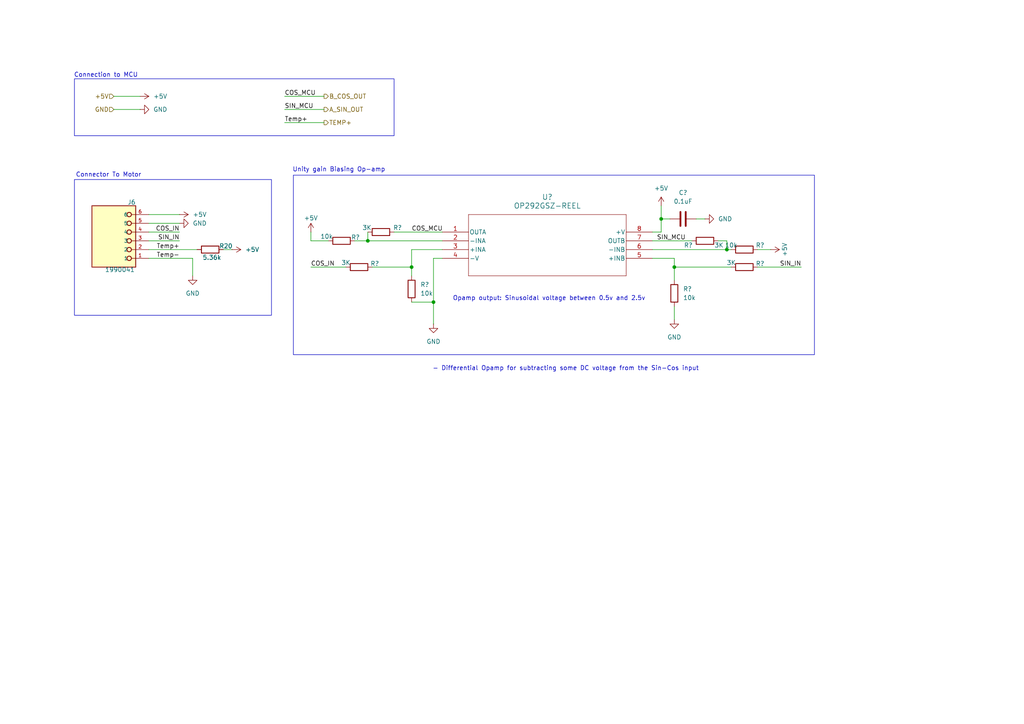
<source format=kicad_sch>
(kicad_sch (version 20250114) (generator "eeschema") (generator_version "9.0")
  (paper "A4")
  (title_block (title "Resolver Input") (date "2025-04-19") (rev "1") (company "M.NGUEN, C.O'BRIEN"))
  (lib_symbols
    (symbol "Device:C" (pin_numbers (hide yes)) (pin_names (offset 0.254))
      (property "Reference" "C" (at 0.635 2.54 0))
      (property "Value" "C" (at 0.635 -2.54 0))
      (symbol "C_0_1"
        (polyline (pts (xy -2.032 0.762) (xy 2.032 0.762)) (stroke (width 0.508)))
        (polyline (pts (xy -2.032 -0.762) (xy 2.032 -0.762)) (stroke (width 0.508)))
      )
      (symbol "C_1_1"
        (pin passive line (at 0 3.81 270) (length 2.794) (name "~") (number "1"))
        (pin passive line (at 0 -3.81 90) (length 2.794) (name "~") (number "2"))
      )
    )
    (symbol "Device:R" (pin_numbers (hide yes)) (pin_names (offset 0))
      (property "Reference" "R" (at 2.032 0 90))
      (property "Value" "R" (at 0 0 90))
      (symbol "R_0_1"
        (rectangle (start -1.016 -2.54) (end 1.016 2.54) (stroke (width 0.254)))
      )
      (symbol "R_1_1"
        (pin passive line (at 0 3.81 270) (length 1.27) (name "~") (number "1"))
        (pin passive line (at 0 -3.81 90) (length 1.27) (name "~") (number "2"))
      )
    )
    (symbol "Opamp:OP292GSZ-REEL" (pin_names (offset 0.254))
      (property "Reference" "U" (at 30.48 10.16 0))
      (property "Value" "OP292GSZ-REEL" (at 30.48 7.62 0))
      (symbol "OP292GSZ-REEL_0_1"
        (polyline (pts (xy 7.62 5.08) (xy 7.62 -12.7)) (stroke (width 0.127)))
        (polyline (pts (xy 7.62 -12.7) (xy 53.34 -12.7)) (stroke (width 0.127)))
        (polyline (pts (xy 53.34 5.08) (xy 7.62 5.08)) (stroke (width 0.127)))
        (polyline (pts (xy 53.34 -12.7) (xy 53.34 5.08)) (stroke (width 0.127)))
        (pin unspecified line (at 0 0 0) (length 7.62) (name "OUTA") (number "1"))
        (pin unspecified line (at 0 -2.54 0) (length 7.62) (name "-INA") (number "2"))
        (pin unspecified line (at 0 -5.08 0) (length 7.62) (name "+INA") (number "3"))
        (pin power_in line (at 0 -7.62 0) (length 7.62) (name "-V") (number "4"))
        (pin power_in line (at 60.96 0 180) (length 7.62) (name "+V") (number "8"))
        (pin unspecified line (at 60.96 -2.54 180) (length 7.62) (name "OUTB") (number "7"))
        (pin unspecified line (at 60.96 -5.08 180) (length 7.62) (name "-INB") (number "6"))
        (pin unspecified line (at 60.96 -7.62 180) (length 7.62) (name "+INB") (number "5"))
      )
    )
    (symbol "PHOENIX_1990041:1990041" (pin_names (offset 1.016))
      (property "Reference" "J" (at -6.85 10.16 0))
      (property "Value" "1990041" (at -6.35 -10.16 0))
      (symbol "1990041_0_0"
        (rectangle (start -6.35 -7.62) (end 6.35 10.16) (stroke (width 0.254)) (fill (type background)))
        (circle (center -4.445 7.62) (radius 0.635) (stroke (width 0.254)))
        (circle (center -4.445 5.08) (radius 0.635) (stroke (width 0.254)))
        (circle (center -4.445 2.54) (radius 0.635) (stroke (width 0.254)))
        (circle (center -4.445 0) (radius 0.635) (stroke (width 0.254)))
        (circle (center -4.445 -2.54) (radius 0.635) (stroke (width 0.254)))
        (circle (center -4.445 -5.08) (radius 0.635) (stroke (width 0.254)))
        (pin passive line (at -10.16 7.62 0) (length 5.08) (name "1") (number "1"))
        (pin passive line (at -10.16 5.08 0) (length 5.08) (name "2") (number "2"))
        (pin passive line (at -10.16 2.54 0) (length 5.08) (name "3") (number "3"))
        (pin passive line (at -10.16 0 0) (length 5.08) (name "4") (number "4"))
        (pin passive line (at -10.16 -2.54 0) (length 5.08) (name "5") (number "5"))
        (pin passive line (at -10.16 -5.08 0) (length 5.08) (name "6") (number "6"))
      )
    )
    (symbol "power:+5V" (power) (pin_numbers (hide yes)) (pin_names (offset 0) (hide yes))
      (property "Value" "+5V" (at 0 3.556 0))
      (symbol "+5V_0_1"
        (polyline (pts (xy -0.762 1.27) (xy 0 2.54)))
        (polyline (pts (xy 0 2.54) (xy 0.762 1.27)))
        (polyline (pts (xy 0 0) (xy 0 2.54)))
      )
      (symbol "+5V_1_1"
        (pin power_in line (at 0 0 90) (length 0) (name "~") (number "1"))
      )
    )
    (symbol "power:GND" (power) (pin_numbers (hide yes)) (pin_names (offset 0) (hide yes))
      (property "Value" "GND" (at 0 -3.81 0))
      (symbol "GND_0_1"
        (polyline (pts (xy 0 0) (xy 0 -1.27) (xy 1.27 -1.27) (xy 0 -2.54) (xy -1.27 -1.27) (xy 0 -1.27)))
      )
      (symbol "GND_1_1"
        (pin power_in line (at 0 0 270) (length 0) (name "~") (number "1"))
      )
    )
  )
  (rectangle (start 21.59 22.86) (end 114.3 39.37))
  (rectangle (start 85.09 50.8) (end 236.22 102.87))
  (rectangle (start 21.59 52.07) (end 78.74 91.44))
  (text "Opamp output: Sinusoidal voltage between 0.5v and 2.5v" (at 159.258 86.614 0) (effects (font (size 1.27 1.27))))
  (text "Connector To Motor" (at 31.496 50.8 0) (effects (font (size 1.27 1.27))))
  (text "Unity gain Biasing Op-amp" (at 98.298 49.276 0) (effects (font (size 1.27 1.27))))
  (text "- Differential Opamp for subtracting some DC voltage from the Sin-Cos input\n" (at 164.084 106.934 0) (effects (font (size 1.27 1.27))))
  (text "Connection to MCU" (at 30.734 21.844 0) (effects (font (size 1.27 1.27))))
  (junction (at 125.73 87.63))
  (junction (at 210.82 72.39))
  (junction (at 119.38 77.47))
  (junction (at 195.58 77.47))
  (junction (at 191.77 63.5))
  (junction (at 106.68 69.85))
  (wire (pts (xy 119.38 72.39) (xy 128.27 72.39)))
  (wire (pts (xy 43.18 72.39) (xy 57.15 72.39)))
  (wire (pts (xy 93.98 31.75) (xy 82.55 31.75)))
  (wire (pts (xy 107.95 77.47) (xy 119.38 77.47)))
  (wire (pts (xy 125.73 74.93) (xy 128.27 74.93)))
  (wire (pts (xy 90.17 67.31) (xy 90.17 69.85)))
  (wire (pts (xy 189.23 67.31) (xy 191.77 67.31)))
  (wire (pts (xy 95.25 69.85) (xy 90.17 69.85)))
  (wire (pts (xy 191.77 63.5) (xy 191.77 67.31)))
  (wire (pts (xy 212.09 72.39) (xy 210.82 72.39)))
  (wire (pts (xy 43.18 64.77) (xy 52.07 64.77)))
  (wire (pts (xy 43.18 69.85) (xy 52.07 69.85)))
  (wire (pts (xy 40.64 27.94) (xy 33.02 27.94)))
  (wire (pts (xy 90.17 77.47) (xy 100.33 77.47)))
  (wire (pts (xy 106.68 69.85) (xy 128.27 69.85)))
  (wire (pts (xy 43.18 74.93) (xy 55.88 74.93)))
  (wire (pts (xy 195.58 88.9) (xy 195.58 92.71)))
  (wire (pts (xy 195.58 77.47) (xy 212.09 77.47)))
  (wire (pts (xy 114.3 67.31) (xy 128.27 67.31)))
  (wire (pts (xy 64.77 72.39) (xy 67.31 72.39)))
  (wire (pts (xy 195.58 74.93) (xy 189.23 74.93)))
  (wire (pts (xy 201.93 63.5) (xy 204.47 63.5)))
  (wire (pts (xy 189.23 72.39) (xy 210.82 72.39)))
  (wire (pts (xy 93.98 27.94) (xy 82.55 27.94)))
  (wire (pts (xy 195.58 81.28) (xy 195.58 77.47)))
  (wire (pts (xy 43.18 67.31) (xy 52.07 67.31)))
  (wire (pts (xy 210.82 69.85) (xy 208.28 69.85)))
  (wire (pts (xy 82.55 35.56) (xy 93.98 35.56)))
  (wire (pts (xy 189.23 69.85) (xy 200.66 69.85)))
  (wire (pts (xy 55.88 74.93) (xy 55.88 80.01)))
  (wire (pts (xy 195.58 77.47) (xy 195.58 74.93)))
  (wire (pts (xy 43.18 62.23) (xy 52.07 62.23)))
  (wire (pts (xy 106.68 67.31) (xy 106.68 69.85)))
  (wire (pts (xy 119.38 80.01) (xy 119.38 77.47)))
  (wire (pts (xy 119.38 77.47) (xy 119.38 72.39)))
  (wire (pts (xy 125.73 93.98) (xy 125.73 87.63)))
  (wire (pts (xy 40.64 31.75) (xy 33.02 31.75)))
  (wire (pts (xy 219.71 72.39) (xy 223.52 72.39)))
  (wire (pts (xy 191.77 63.5) (xy 191.77 59.69)))
  (wire (pts (xy 102.87 69.85) (xy 106.68 69.85)))
  (wire (pts (xy 125.73 74.93) (xy 125.73 87.63)))
  (wire (pts (xy 210.82 69.85) (xy 210.82 72.39)))
  (wire (pts (xy 119.38 87.63) (xy 125.73 87.63)))
  (wire (pts (xy 191.77 63.5) (xy 194.31 63.5)))
  (wire (pts (xy 219.71 77.47) (xy 232.41 77.47)))
  (label "SIN_IN" (at 52.07 69.85 180))
  (label "SIN_IN" (at 232.41 77.47 180))
  (label "Temp+" (at 52.07 72.39 180))
  (label "COS_IN" (at 52.07 67.31 180))
  (label "COS_MCU" (at 82.55 27.94 0))
  (label "Temp+" (at 82.55 35.56 0))
  (label "Temp-" (at 52.07 74.93 180))
  (label "COS_MCU" (at 119.38 67.31 0))
  (label "SIN_MCU" (at 82.55 31.75 0))
  (label "COS_IN" (at 90.17 77.47 0))
  (label "SIN_MCU" (at 190.5 69.85 0))
  (hierarchical_label "A_SIN_OUT" (shape output) (at 93.98 31.75 0))
  (hierarchical_label "TEMP+" (shape output) (at 93.98 35.56 0))
  (hierarchical_label "+5V" (shape input) (at 33.02 27.94 180))
  (hierarchical_label "B_COS_OUT" (shape output) (at 93.98 27.94 0))
  (hierarchical_label "GND" (shape input) (at 33.02 31.75 180))
  (symbol (lib_id "power:GND") (at 125.73 93.98 0) (unit 1)
    (property "Reference" "#PWR?" (effects (hide yes)))
    (property "Value" "GND" (at 125.73 99.06 0))
    (property "Description" "Power symbol creates a global label with name \"GND\" , ground" (effects (hide yes)))
  )
  (symbol (lib_id "power:GND") (at 52.07 64.77 90) (unit 1)
    (property "Reference" "#PWR?" (effects (hide yes)))
    (property "Value" "GND" (at 55.88 64.7699 90) (effects (justify right)))
    (property "Description" "Power symbol creates a global label with name \"GND\" , ground" (effects (hide yes)))
  )
  (symbol (lib_id "power:GND") (at 195.58 92.71 0) (unit 1)
    (property "Reference" "#PWR?" (effects (hide yes)))
    (property "Value" "GND" (at 195.58 97.79 0))
    (property "Description" "Power symbol creates a global label with name \"GND\" , ground" (effects (hide yes)))
  )
  (symbol (lib_id "Device:R") (at 99.06 69.85 90) (unit 1)
    (property "Reference" "R?" (at 103.124 68.834 90))
    (property "Value" "10k" (at 94.742 68.58 90))
    (property "Footprint" "Resistor_SMD:R_0805_2012Metric" (effects (hide yes)))
    (property "Datasheet" "https://industrial.panasonic.com/cdbs/www-data/pdf/RDM0000/AOA0000C307.pdf" (effects (hide yes)))
    (property "Description" "ERA-6AEB103V" (effects (hide yes)))
    (property "Part Number" "ERA-6AEB103V" (effects (hide yes)))
  )
  (symbol (lib_id "Device:R") (at 215.9 77.47 90) (unit 1)
    (property "Reference" "R?" (at 220.472 76.454 90))
    (property "Value" "3K" (at 212.09 76.2 90))
    (property "Footprint" "Resistor_SMD:R_0805_2012Metric" (effects (hide yes)))
    (property "Datasheet" "https://www.digikey.ca/en/products/detail/te-connectivity-passive-product/CRG0805F3K0/2380900" (effects (hide yes)))
    (property "Description" "RES SMD 3K OHM 1% 1/8W 0805" (effects (hide yes)))
    (property "Part Number" "CRG0805F3K0" (effects (hide yes)))
  )
  (symbol (lib_id "Device:R") (at 60.96 72.39 90) (unit 1)
    (property "Reference" "R20" (at 65.532 71.374 90))
    (property "Value" "5.36k" (at 61.468 74.676 90))
    (property "Footprint" "Resistor_SMD:R_0805_2012Metric" (effects (hide yes)))
    (property "Datasheet" "https://www.yageo.com/upload/media/product/products/datasheet/rchip/PYu-RC_Group_51_RoHS_L_12.pdf" (effects (hide yes)))
    (property "Description" "5.36 kOhms ±1% 0.125W, 1/8W Chip Resistor 0805 (2012 Metric) Moisture Resistant Thick Film" (effects (hide yes)))
    (property "Part Number" "RC0805FR-075K36L" (effects (hide yes)))
  )
  (symbol (lib_id "Device:R") (at 104.14 77.47 90) (unit 1)
    (property "Reference" "R?" (at 108.712 76.454 90))
    (property "Value" "3K" (at 100.33 76.2 90))
    (property "Footprint" "Resistor_SMD:R_0805_2012Metric" (effects (hide yes)))
    (property "Datasheet" "https://www.digikey.ca/en/products/detail/te-connectivity-passive-product/CRG0805F3K0/2380900" (effects (hide yes)))
    (property "Description" "RES SMD 3K OHM 1% 1/8W 0805" (effects (hide yes)))
    (property "Part Number" "CRG0805F3K0" (effects (hide yes)))
  )
  (symbol (lib_id "Device:R") (at 215.9 72.39 270) (unit 1)
    (property "Reference" "R?" (at 220.472 71.12 90))
    (property "Value" "10k" (at 212.09 71.12 90))
    (property "Footprint" "Resistor_SMD:R_0805_2012Metric" (effects (hide yes)))
    (property "Datasheet" "https://industrial.panasonic.com/cdbs/www-data/pdf/RDM0000/AOA0000C307.pdf" (effects (hide yes)))
    (property "Description" "ERA-6AEB103V" (effects (hide yes)))
    (property "Part Number" "ERA-6AEB103V" (effects (hide yes)))
  )
  (symbol (lib_id "Device:R") (at 195.58 85.09 0) (unit 1)
    (property "Reference" "R?" (at 198.12 83.8199 0) (effects (justify left)))
    (property "Value" "10k" (at 198.12 86.3599 0) (effects (justify left)))
    (property "Footprint" "Resistor_SMD:R_0805_2012Metric" (effects (hide yes)))
    (property "Datasheet" "https://industrial.panasonic.com/cdbs/www-data/pdf/RDM0000/AOA0000C307.pdf" (effects (hide yes)))
    (property "Description" "ERA-6AEB103V" (effects (hide yes)))
    (property "Part Number" "ERA-6AEB103V" (effects (hide yes)))
  )
  (symbol (lib_id "Device:R") (at 204.47 69.85 90) (unit 1)
    (property "Reference" "R?" (at 199.644 71.12 90))
    (property "Value" "3K" (at 208.534 71.12 90))
    (property "Footprint" "Resistor_SMD:R_0805_2012Metric" (effects (hide yes)))
    (property "Datasheet" "https://www.digikey.ca/en/products/detail/te-connectivity-passive-product/CRG0805F3K0/2380900" (effects (hide yes)))
    (property "Description" "RES SMD 3K OHM 1% 1/8W 0805" (effects (hide yes)))
    (property "Part Number" "CRG0805F3K0" (effects (hide yes)))
  )
  (symbol (lib_id "power:GND") (at 55.88 80.01 0) (unit 1)
    (property "Reference" "#PWR056" (effects (hide yes)))
    (property "Value" "GND" (at 55.88 85.09 0))
    (property "Description" "Power symbol creates a global label with name \"GND\" , ground" (effects (hide yes)))
  )
  (symbol (lib_id "power:+5V") (at 67.31 72.39 270) (unit 1)
    (property "Reference" "#PWR057" (effects (hide yes)))
    (property "Value" "+5V" (at 71.12 72.3899 90) (effects (justify left)))
    (property "Description" "Power symbol creates a global label with name \"+5V\"" (effects (hide yes)))
  )
  (symbol (lib_id "PHOENIX_1990041:1990041") (at 33.02 67.31 180) (unit 1)
    (property "Reference" "J6" (at 39.37 58.674 0) (effects (justify left)))
    (property "Value" "1990041" (at 39.116 78.232 0) (effects (justify left)))
    (property "Footprint" "PHOENIX_1990041:PHOENIX_1990041" (effects (hide yes)))
    (property "MANUFACTURER" "PHOENIX" (effects (hide yes)))
    (property "Part Number" "1990041" (effects (hide yes)))
  )
  (symbol (lib_id "Device:C") (at 198.12 63.5 90) (unit 1)
    (property "Reference" "C?" (at 198.12 55.88 90))
    (property "Value" "0.1uF" (at 198.12 58.42 90))
    (property "Footprint" "Capacitor_SMD:C_0805_2012Metric" (effects (hide yes)))
    (property "Datasheet" "https://www.digikey.ca/en/products/detail/kyocera-avx/0805ZD104KAT2A/1603455" (effects (hide yes)))
    (property "Description" "CAP CER 0.1UF 10V X5R 0805" (effects (hide yes)))
    (property "Part Number" "0805ZD104KAT2A" (effects (hide yes)))
  )
  (symbol (lib_id "Device:R") (at 119.38 83.82 0) (unit 1)
    (property "Reference" "R?" (at 121.92 82.5499 0) (effects (justify left)))
    (property "Value" "10k" (at 121.92 85.0899 0) (effects (justify left)))
    (property "Footprint" "Resistor_SMD:R_0805_2012Metric" (effects (hide yes)))
    (property "Datasheet" "https://industrial.panasonic.com/cdbs/www-data/pdf/RDM0000/AOA0000C307.pdf" (effects (hide yes)))
    (property "Description" "ERA-6AEB103V" (effects (hide yes)))
    (property "Part Number" "ERA-6AEB103V" (effects (hide yes)))
  )
  (symbol (lib_id "Device:R") (at 110.49 67.31 270) (unit 1)
    (property "Reference" "R?" (at 115.316 66.04 90))
    (property "Value" "3K" (at 106.426 66.04 90))
    (property "Footprint" "Resistor_SMD:R_0805_2012Metric" (effects (hide yes)))
    (property "Datasheet" "https://www.digikey.ca/en/products/detail/te-connectivity-passive-product/CRG0805F3K0/2380900" (effects (hide yes)))
    (property "Description" "RES SMD 3K OHM 1% 1/8W 0805" (effects (hide yes)))
    (property "Part Number" "CRG0805F3K0" (effects (hide yes)))
  )
  (symbol (lib_id "power:GND") (at 40.64 31.75 90) (unit 1)
    (property "Reference" "#PWR?" (effects (hide yes)))
    (property "Value" "GND" (at 44.45 31.7499 90) (effects (justify right)))
    (property "Description" "Power symbol creates a global label with name \"GND\" , ground" (effects (hide yes)))
  )
  (symbol (lib_id "power:+5V") (at 90.17 67.31 0) (unit 1)
    (property "Reference" "#PWR?" (effects (hide yes)))
    (property "Value" "+5V" (at 90.17 63.246 0))
    (property "Description" "Power symbol creates a global label with name \"+5V\"" (effects (hide yes)))
  )
  (symbol (lib_id "Opamp:OP292GSZ-REEL") (at 128.27 67.31 0) (unit 1)
    (property "Reference" "U?" (at 158.75 57.15 0) (effects (font (size 1.524 1.524))))
    (property "Value" "OP292GSZ-REEL" (at 158.75 59.69 0) (effects (font (size 1.524 1.524))))
    (property "Footprint" "R_8_ADI" (effects (hide yes)))
    (property "Datasheet" "https://www.analog.com/media/en/technical-documentation/data-sheets/OP292_492.pdf" (effects (hide yes)))
    (property "Description" "IC OPAMP GP 2 CIRCUIT 8SOIC" (effects (hide yes)))
    (property "Part Number" "OP292GSZ-REEL" (effects (hide yes)))
  )
  (symbol (lib_id "power:GND") (at 204.47 63.5 90) (unit 1)
    (property "Reference" "#PWR?" (effects (hide yes)))
    (property "Value" "GND" (at 208.28 63.4999 90) (effects (justify right)))
    (property "Description" "Power symbol creates a global label with name \"GND\" , ground" (effects (hide yes)))
  )
  (symbol (lib_id "power:+5V") (at 223.52 72.39 270) (unit 1)
    (property "Reference" "#PWR?" (effects (hide yes)))
    (property "Value" "+5V" (at 227.584 72.39 0))
    (property "Description" "Power symbol creates a global label with name \"+5V\"" (effects (hide yes)))
  )
  (symbol (lib_id "power:+5V") (at 52.07 62.23 270) (unit 1)
    (property "Reference" "#PWR?" (effects (hide yes)))
    (property "Value" "+5V" (at 55.88 62.2299 90) (effects (justify left)))
    (property "Description" "Power symbol creates a global label with name \"+5V\"" (effects (hide yes)))
  )
  (symbol (lib_id "power:+5V") (at 40.64 27.94 270) (unit 1)
    (property "Reference" "#PWR?" (effects (hide yes)))
    (property "Value" "+5V" (at 44.45 27.9399 90) (effects (justify left)))
    (property "Description" "Power symbol creates a global label with name \"+5V\"" (effects (hide yes)))
  )
  (symbol (lib_id "power:+5V") (at 191.77 59.69 0) (unit 1)
    (property "Reference" "#PWR?" (effects (hide yes)))
    (property "Value" "+5V" (at 191.77 54.61 0))
    (property "Description" "Power symbol creates a global label with name \"+5V\"" (effects (hide yes)))
  )
)
</source>
